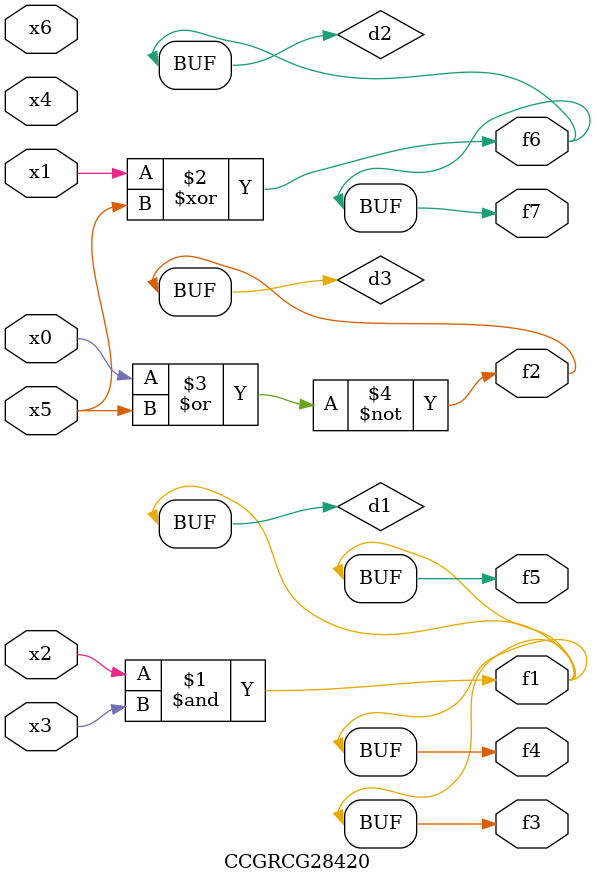
<source format=v>
module CCGRCG28420(
	input x0, x1, x2, x3, x4, x5, x6,
	output f1, f2, f3, f4, f5, f6, f7
);

	wire d1, d2, d3;

	and (d1, x2, x3);
	xor (d2, x1, x5);
	nor (d3, x0, x5);
	assign f1 = d1;
	assign f2 = d3;
	assign f3 = d1;
	assign f4 = d1;
	assign f5 = d1;
	assign f6 = d2;
	assign f7 = d2;
endmodule

</source>
